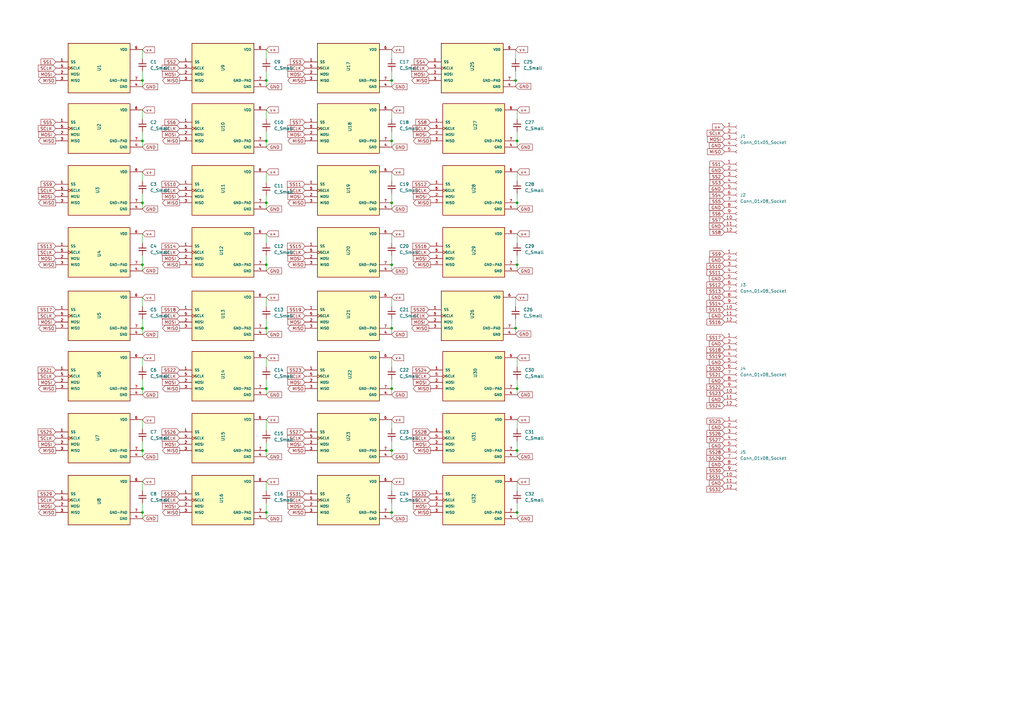
<source format=kicad_sch>
(kicad_sch (version 20230121) (generator eeschema)
  (paper "A3")
  (title_block (title "Magnetometer Array Board"))
  (junction (at 58.42 134.62))
  (junction (at 58.42 108.585))
  (junction (at 212.09 184.785))
  (junction (at 58.42 159.385))
  (junction (at 58.42 57.785))
  (junction (at 109.22 134.62))
  (junction (at 109.22 108.585))
  (junction (at 160.655 159.385))
  (junction (at 160.655 184.785))
  (junction (at 212.09 83.185))
  (junction (at 160.655 210.185))
  (junction (at 109.22 57.785))
  (junction (at 109.22 83.185))
  (junction (at 212.09 108.585))
  (junction (at 58.42 33.02))
  (junction (at 160.655 33.02))
  (junction (at 109.22 159.385))
  (junction (at 160.655 83.185))
  (junction (at 212.09 57.785))
  (junction (at 109.22 33.02))
  (junction (at 160.655 57.785))
  (junction (at 58.42 210.185))
  (junction (at 211.455 134.62))
  (junction (at 109.22 210.185))
  (junction (at 58.42 83.185))
  (junction (at 160.655 108.585))
  (junction (at 211.455 33.02))
  (junction (at 212.09 210.185))
  (junction (at 212.09 159.385))
  (junction (at 109.22 184.785))
  (junction (at 58.42 184.785))
  (junction (at 160.655 134.62))
  (wire (pts (xy 160.655 83.185) (xy 160.655 85.725)))
  (wire (pts (xy 211.455 130.81) (xy 211.455 134.62)))
  (wire (pts (xy 160.655 172.085) (xy 160.655 175.895)))
  (wire (pts (xy 160.655 95.885) (xy 160.655 99.695)))
  (wire (pts (xy 160.655 130.81) (xy 160.655 134.62)))
  (wire (pts (xy 109.22 159.385) (xy 109.22 161.925)))
  (wire (pts (xy 211.455 20.32) (xy 211.455 24.13)))
  (wire (pts (xy 212.09 159.385) (xy 212.09 161.925)))
  (wire (pts (xy 212.09 83.185) (xy 212.09 85.725)))
  (wire (pts (xy 109.22 70.485) (xy 109.22 74.93)))
  (wire (pts (xy 212.09 70.485) (xy 212.09 74.295)))
  (wire (pts (xy 109.22 104.775) (xy 109.22 108.585)))
  (wire (pts (xy 160.655 20.32) (xy 160.655 24.13)))
  (wire (pts (xy 160.655 184.785) (xy 160.655 187.325)))
  (wire (pts (xy 58.42 197.485) (xy 58.42 201.295)))
  (wire (pts (xy 58.42 29.21) (xy 58.42 33.02)))
  (wire (pts (xy 160.655 70.485) (xy 160.655 74.295)))
  (wire (pts (xy 211.455 29.21) (xy 211.455 33.02)))
  (wire (pts (xy 58.42 57.785) (xy 58.42 60.325)))
  (wire (pts (xy 160.655 210.185) (xy 160.655 212.725)))
  (wire (pts (xy 212.09 45.085) (xy 212.09 48.895)))
  (wire (pts (xy 109.22 20.32) (xy 109.22 24.13)))
  (wire (pts (xy 212.09 79.375) (xy 212.09 83.185)))
  (wire (pts (xy 160.655 197.485) (xy 160.655 201.295)))
  (wire (pts (xy 160.655 104.775) (xy 160.655 108.585)))
  (wire (pts (xy 160.655 206.375) (xy 160.655 210.185)))
  (wire (pts (xy 58.42 53.975) (xy 58.42 57.785)))
  (wire (pts (xy 58.42 172.085) (xy 58.42 175.895)))
  (wire (pts (xy 212.09 206.375) (xy 212.09 210.185)))
  (wire (pts (xy 109.22 172.085) (xy 109.22 176.53)))
  (wire (pts (xy 109.22 83.185) (xy 109.22 85.725)))
  (wire (pts (xy 109.22 29.21) (xy 109.22 33.02)))
  (wire (pts (xy 58.42 130.81) (xy 58.42 134.62)))
  (wire (pts (xy 160.655 108.585) (xy 160.655 111.125)))
  (wire (pts (xy 211.455 134.62) (xy 211.455 137.16)))
  (wire (pts (xy 109.22 197.485) (xy 109.22 201.295)))
  (wire (pts (xy 58.42 95.885) (xy 58.42 99.695)))
  (wire (pts (xy 160.655 79.375) (xy 160.655 83.185)))
  (wire (pts (xy 109.22 108.585) (xy 109.22 111.125)))
  (wire (pts (xy 109.22 210.185) (xy 109.22 212.725)))
  (wire (pts (xy 58.42 134.62) (xy 58.42 137.16)))
  (wire (pts (xy 160.655 146.685) (xy 160.655 150.495)))
  (wire (pts (xy 212.09 104.775) (xy 212.09 108.585)))
  (wire (pts (xy 212.09 95.885) (xy 212.09 99.695)))
  (wire (pts (xy 212.09 184.785) (xy 212.09 187.325)))
  (wire (pts (xy 160.655 155.575) (xy 160.655 159.385)))
  (wire (pts (xy 211.455 121.92) (xy 211.455 125.73)))
  (wire (pts (xy 109.22 146.685) (xy 109.22 150.495)))
  (wire (pts (xy 58.42 180.975) (xy 58.42 184.785)))
  (wire (pts (xy 160.655 53.975) (xy 160.655 57.785)))
  (wire (pts (xy 109.22 181.61) (xy 109.22 184.785)))
  (wire (pts (xy 160.655 45.085) (xy 160.655 48.895)))
  (wire (pts (xy 58.42 108.585) (xy 58.42 111.125)))
  (wire (pts (xy 212.09 210.185) (xy 212.09 212.725)))
  (wire (pts (xy 109.22 134.62) (xy 109.22 137.16)))
  (wire (pts (xy 58.42 210.185) (xy 58.42 212.725)))
  (wire (pts (xy 58.42 33.02) (xy 58.42 35.56)))
  (wire (pts (xy 212.09 108.585) (xy 212.09 111.125)))
  (wire (pts (xy 58.42 184.785) (xy 58.42 187.325)))
  (wire (pts (xy 109.22 206.375) (xy 109.22 210.185)))
  (wire (pts (xy 58.42 159.385) (xy 58.42 161.925)))
  (wire (pts (xy 160.655 159.385) (xy 160.655 161.925)))
  (wire (pts (xy 109.22 121.92) (xy 109.22 125.73)))
  (wire (pts (xy 212.09 146.685) (xy 212.09 150.495)))
  (wire (pts (xy 58.42 104.775) (xy 58.42 108.585)))
  (wire (pts (xy 58.42 79.375) (xy 58.42 83.185)))
  (wire (pts (xy 58.42 45.085) (xy 58.42 48.895)))
  (wire (pts (xy 160.655 180.975) (xy 160.655 184.785)))
  (wire (pts (xy 109.22 45.085) (xy 109.22 48.895)))
  (wire (pts (xy 211.455 33.02) (xy 211.455 35.56)))
  (wire (pts (xy 160.655 121.92) (xy 160.655 125.73)))
  (wire (pts (xy 109.22 95.885) (xy 109.22 99.695)))
  (wire (pts (xy 160.655 57.785) (xy 160.655 60.325)))
  (wire (pts (xy 212.09 180.975) (xy 212.09 184.785)))
  (wire (pts (xy 109.22 130.81) (xy 109.22 134.62)))
  (wire (pts (xy 58.42 206.375) (xy 58.42 210.185)))
  (wire (pts (xy 212.09 197.485) (xy 212.09 201.295)))
  (wire (pts (xy 58.42 121.92) (xy 58.42 125.73)))
  (wire (pts (xy 212.09 172.085) (xy 212.09 175.895)))
  (wire (pts (xy 212.09 53.975) (xy 212.09 57.785)))
  (wire (pts (xy 109.22 80.01) (xy 109.22 83.185)))
  (wire (pts (xy 160.655 33.02) (xy 160.655 35.56)))
  (wire (pts (xy 58.42 70.485) (xy 58.42 74.295)))
  (wire (pts (xy 109.22 155.575) (xy 109.22 159.385)))
  (wire (pts (xy 109.22 184.785) (xy 109.22 187.325)))
  (wire (pts (xy 58.42 146.685) (xy 58.42 150.495)))
  (wire (pts (xy 160.655 29.21) (xy 160.655 33.02)))
  (wire (pts (xy 212.09 155.575) (xy 212.09 159.385)))
  (wire (pts (xy 58.42 155.575) (xy 58.42 159.385)))
  (wire (pts (xy 160.655 134.62) (xy 160.655 137.16)))
  (wire (pts (xy 109.22 33.02) (xy 109.22 35.56)))
  (wire (pts (xy 58.42 20.32) (xy 58.42 24.13)))
  (wire (pts (xy 109.22 53.975) (xy 109.22 57.785)))
  (wire (pts (xy 212.09 57.785) (xy 212.09 60.325)))
  (wire (pts (xy 109.22 57.785) (xy 109.22 60.325)))
  (wire (pts (xy 58.42 83.185) (xy 58.42 85.725)))
  (global_label "GND" (shape input) (at 212.09 187.325 0) (property "Intersheetrefs" "${INTERSHEET_REFS}" (effects hide)))
  (global_label "GND" (shape input) (at 58.42 137.16 0) (property "Intersheetrefs" "${INTERSHEET_REFS}" (effects hide)))
  (global_label "v+" (shape input) (at 297.18 52.07 180) (property "Intersheetrefs" "${INTERSHEET_REFS}" (effects hide)))
  (global_label "SS14" (shape input) (at 297.18 124.46 180) (property "Intersheetrefs" "${INTERSHEET_REFS}" (effects hide)))
  (global_label "MOSI" (shape input) (at 125.095 156.845 180) (property "Intersheetrefs" "${INTERSHEET_REFS}" (effects hide)))
  (global_label "SS4" (shape input) (at 175.895 25.4 180) (property "Intersheetrefs" "${INTERSHEET_REFS}" (effects hide)))
  (global_label "GND" (shape input) (at 160.655 161.925 0) (property "Intersheetrefs" "${INTERSHEET_REFS}" (effects hide)))
  (global_label "MOSI" (shape input) (at 176.53 182.245 180) (property "Intersheetrefs" "${INTERSHEET_REFS}" (effects hide)))
  (global_label "GND" (shape input) (at 211.455 35.3911 0) (property "Intersheetrefs" "${INTERSHEET_REFS}" (effects hide)))
  (global_label "v+" (shape input) (at 58.42 197.485 0) (property "Intersheetrefs" "${INTERSHEET_REFS}" (effects hide)))
  (global_label "SCLK" (shape input) (at 22.86 78.105 180) (property "Intersheetrefs" "${INTERSHEET_REFS}" (effects hide)))
  (global_label "SCLK" (shape input) (at 73.66 52.705 180) (property "Intersheetrefs" "${INTERSHEET_REFS}" (effects hide)))
  (global_label "GND" (shape input) (at 109.22 187.325 0) (property "Intersheetrefs" "${INTERSHEET_REFS}" (effects hide)))
  (global_label "MISO" (shape output) (at 125.095 134.62 180) (property "Intersheetrefs" "${INTERSHEET_REFS}" (effects hide)))
  (global_label "SS32" (shape input) (at 297.18 200.66 180) (property "Intersheetrefs" "${INTERSHEET_REFS}" (effects hide)))
  (global_label "SS27" (shape input) (at 125.095 177.165 180) (property "Intersheetrefs" "${INTERSHEET_REFS}" (effects hide)))
  (global_label "SCLK" (shape input) (at 175.895 129.54 180) (property "Intersheetrefs" "${INTERSHEET_REFS}" (effects hide)))
  (global_label "MOSI" (shape input) (at 73.66 106.045 180) (property "Intersheetrefs" "${INTERSHEET_REFS}" (effects hide)))
  (global_label "SS1" (shape input) (at 22.86 25.4 180) (property "Intersheetrefs" "${INTERSHEET_REFS}" (effects hide)))
  (global_label "GND" (shape input) (at 297.18 69.85 180) (property "Intersheetrefs" "${INTERSHEET_REFS}" (effects hide)))
  (global_label "SS11" (shape input) (at 297.18 111.76 180) (property "Intersheetrefs" "${INTERSHEET_REFS}" (effects hide)))
  (global_label "SCLK" (shape input) (at 125.095 27.94 180) (property "Intersheetrefs" "${INTERSHEET_REFS}" (effects hide)))
  (global_label "GND" (shape input) (at 58.42 187.325 0) (property "Intersheetrefs" "${INTERSHEET_REFS}" (effects hide)))
  (global_label "SS23" (shape input) (at 297.18 161.29 180) (property "Intersheetrefs" "${INTERSHEET_REFS}" (effects hide)))
  (global_label "GND" (shape input) (at 58.42 161.925 0) (property "Intersheetrefs" "${INTERSHEET_REFS}" (effects hide)))
  (global_label "SS6" (shape input) (at 297.18 87.63 180) (property "Intersheetrefs" "${INTERSHEET_REFS}" (effects hide)))
  (global_label "SS9" (shape input) (at 297.18 104.14 180) (property "Intersheetrefs" "${INTERSHEET_REFS}" (effects hide)))
  (global_label "GND" (shape input) (at 211.455 136.9911 0) (property "Intersheetrefs" "${INTERSHEET_REFS}" (effects hide)))
  (global_label "SCLK" (shape input) (at 176.53 154.305 180) (property "Intersheetrefs" "${INTERSHEET_REFS}" (effects hide)))
  (global_label "MISO" (shape output) (at 73.66 33.02 180) (property "Intersheetrefs" "${INTERSHEET_REFS}" (effects hide)))
  (global_label "SCLK" (shape input) (at 22.86 205.105 180) (property "Intersheetrefs" "${INTERSHEET_REFS}" (effects hide)))
  (global_label "v+" (shape input) (at 212.09 172.085 0) (property "Intersheetrefs" "${INTERSHEET_REFS}" (effects hide)))
  (global_label "v+" (shape input) (at 212.09 45.085 0) (property "Intersheetrefs" "${INTERSHEET_REFS}" (effects hide)))
  (global_label "SS7" (shape input) (at 125.095 50.165 180) (property "Intersheetrefs" "${INTERSHEET_REFS}" (effects hide)))
  (global_label "v+" (shape input) (at 109.22 70.485 0) (property "Intersheetrefs" "${INTERSHEET_REFS}" (effects hide)))
  (global_label "GND" (shape input) (at 109.22 60.325 0) (property "Intersheetrefs" "${INTERSHEET_REFS}" (effects hide)))
  (global_label "v+" (shape input) (at 109.22 172.085 0) (property "Intersheetrefs" "${INTERSHEET_REFS}" (effects hide)))
  (global_label "SCLK" (shape input) (at 125.095 103.505 180) (property "Intersheetrefs" "${INTERSHEET_REFS}" (effects hide)))
  (global_label "MISO" (shape output) (at 73.66 184.785 180) (property "Intersheetrefs" "${INTERSHEET_REFS}" (effects hide)))
  (global_label "v+" (shape input) (at 211.455 121.92 0) (property "Intersheetrefs" "${INTERSHEET_REFS}" (effects hide)))
  (global_label "MISO" (shape output) (at 22.86 159.385 180) (property "Intersheetrefs" "${INTERSHEET_REFS}" (effects hide)))
  (global_label "MISO" (shape output) (at 73.66 134.62 180) (property "Intersheetrefs" "${INTERSHEET_REFS}" (effects hide)))
  (global_label "SS19" (shape input) (at 125.095 127 180) (property "Intersheetrefs" "${INTERSHEET_REFS}" (effects hide)))
  (global_label "MISO" (shape output) (at 125.095 210.185 180) (property "Intersheetrefs" "${INTERSHEET_REFS}" (effects hide)))
  (global_label "MOSI" (shape input) (at 73.66 207.645 180) (property "Intersheetrefs" "${INTERSHEET_REFS}" (effects hide)))
  (global_label "SCLK" (shape input) (at 22.86 27.94 180) (property "Intersheetrefs" "${INTERSHEET_REFS}" (effects hide)))
  (global_label "MOSI" (shape input) (at 176.53 106.045 180) (property "Intersheetrefs" "${INTERSHEET_REFS}" (effects hide)))
  (global_label "SS25" (shape input) (at 22.86 177.165 180) (property "Intersheetrefs" "${INTERSHEET_REFS}" (effects hide)))
  (global_label "SS15" (shape input) (at 125.095 100.965 180) (property "Intersheetrefs" "${INTERSHEET_REFS}" (effects hide)))
  (global_label "MOSI" (shape input) (at 73.66 132.08 180) (property "Intersheetrefs" "${INTERSHEET_REFS}" (effects hide)))
  (global_label "v+" (shape input) (at 212.09 197.485 0) (property "Intersheetrefs" "${INTERSHEET_REFS}" (effects hide)))
  (global_label "MOSI" (shape input) (at 22.86 55.245 180) (property "Intersheetrefs" "${INTERSHEET_REFS}" (effects hide)))
  (global_label "MISO" (shape output) (at 22.86 83.185 180) (property "Intersheetrefs" "${INTERSHEET_REFS}" (effects hide)))
  (global_label "SS13" (shape input) (at 297.18 119.38 180) (property "Intersheetrefs" "${INTERSHEET_REFS}" (effects hide)))
  (global_label "GND" (shape input) (at 160.655 60.325 0) (property "Intersheetrefs" "${INTERSHEET_REFS}" (effects hide)))
  (global_label "GND" (shape input) (at 109.22 85.725 0) (property "Intersheetrefs" "${INTERSHEET_REFS}" (effects hide)))
  (global_label "MOSI" (shape input) (at 73.66 55.245 180) (property "Intersheetrefs" "${INTERSHEET_REFS}" (effects hide)))
  (global_label "MOSI" (shape input) (at 73.66 156.845 180) (property "Intersheetrefs" "${INTERSHEET_REFS}" (effects hide)))
  (global_label "SS12" (shape input) (at 176.53 75.565 180) (property "Intersheetrefs" "${INTERSHEET_REFS}" (effects hide)))
  (global_label "SS5" (shape input) (at 22.86 50.165 180) (property "Intersheetrefs" "${INTERSHEET_REFS}" (effects hide)))
  (global_label "GND" (shape input) (at 58.42 110.9806 0) (property "Intersheetrefs" "${INTERSHEET_REFS}" (effects hide)))
  (global_label "SS18" (shape input) (at 73.66 127 180) (property "Intersheetrefs" "${INTERSHEET_REFS}" (effects hide)))
  (global_label "v+" (shape input) (at 160.655 197.485 0) (property "Intersheetrefs" "${INTERSHEET_REFS}" (effects hide)))
  (global_label "SS30" (shape input) (at 73.66 202.565 180) (property "Intersheetrefs" "${INTERSHEET_REFS}" (effects hide)))
  (global_label "MOSI" (shape input) (at 125.095 80.645 180) (property "Intersheetrefs" "${INTERSHEET_REFS}" (effects hide)))
  (global_label "SS30" (shape input) (at 297.18 193.04 180) (property "Intersheetrefs" "${INTERSHEET_REFS}" (effects hide)))
  (global_label "MOSI" (shape input) (at 22.86 106.045 180) (property "Intersheetrefs" "${INTERSHEET_REFS}" (effects hide)))
  (global_label "MISO" (shape output) (at 73.66 108.585 180) (property "Intersheetrefs" "${INTERSHEET_REFS}" (effects hide)))
  (global_label "SS3" (shape input) (at 297.18 74.93 180) (property "Intersheetrefs" "${INTERSHEET_REFS}" (effects hide)))
  (global_label "GND" (shape input) (at 58.42 85.725 0) (property "Intersheetrefs" "${INTERSHEET_REFS}" (effects hide)))
  (global_label "GND" (shape input) (at 297.18 85.09 180) (property "Intersheetrefs" "${INTERSHEET_REFS}" (effects hide)))
  (global_label "v+" (shape input) (at 211.455 20.32 0) (property "Intersheetrefs" "${INTERSHEET_REFS}" (effects hide)))
  (global_label "SS29" (shape input) (at 297.18 187.96 180) (property "Intersheetrefs" "${INTERSHEET_REFS}" (effects hide)))
  (global_label "GND" (shape input) (at 297.18 59.69 180) (property "Intersheetrefs" "${INTERSHEET_REFS}" (effects hide)))
  (global_label "SS18" (shape input) (at 297.18 143.51 180) (property "Intersheetrefs" "${INTERSHEET_REFS}" (effects hide)))
  (global_label "MOSI" (shape input) (at 22.86 30.48 180) (property "Intersheetrefs" "${INTERSHEET_REFS}" (effects hide)))
  (global_label "SS19" (shape input) (at 297.18 146.05 180) (property "Intersheetrefs" "${INTERSHEET_REFS}" (effects hide)))
  (global_label "GND" (shape input) (at 212.09 85.725 0) (property "Intersheetrefs" "${INTERSHEET_REFS}" (effects hide)))
  (global_label "v+" (shape input) (at 160.655 20.32 0) (property "Intersheetrefs" "${INTERSHEET_REFS}" (effects hide)))
  (global_label "GND" (shape input) (at 160.655 137.16 0) (property "Intersheetrefs" "${INTERSHEET_REFS}" (effects hide)))
  (global_label "MISO" (shape output) (at 22.86 210.185 180) (property "Intersheetrefs" "${INTERSHEET_REFS}" (effects hide)))
  (global_label "MOSI" (shape input) (at 22.86 132.08 180) (property "Intersheetrefs" "${INTERSHEET_REFS}" (effects hide)))
  (global_label "MISO" (shape output) (at 22.86 184.785 180) (property "Intersheetrefs" "${INTERSHEET_REFS}" (effects hide)))
  (global_label "SS10" (shape input) (at 297.18 109.22 180) (property "Intersheetrefs" "${INTERSHEET_REFS}" (effects hide)))
  (global_label "MOSI" (shape input) (at 297.18 57.15 180) (property "Intersheetrefs" "${INTERSHEET_REFS}" (effects hide)))
  (global_label "MISO" (shape output) (at 125.095 184.785 180) (property "Intersheetrefs" "${INTERSHEET_REFS}" (effects hide)))
  (global_label "MISO" (shape output) (at 73.66 83.185 180) (property "Intersheetrefs" "${INTERSHEET_REFS}" (effects hide)))
  (global_label "SCLK" (shape input) (at 125.095 129.54 180) (property "Intersheetrefs" "${INTERSHEET_REFS}" (effects hide)))
  (global_label "MISO" (shape output) (at 125.095 108.585 180) (property "Intersheetrefs" "${INTERSHEET_REFS}" (effects hide)))
  (global_label "GND" (shape input) (at 297.18 114.3 180) (property "Intersheetrefs" "${INTERSHEET_REFS}" (effects hide)))
  (global_label "GND" (shape input) (at 297.18 182.88 180) (property "Intersheetrefs" "${INTERSHEET_REFS}" (effects hide)))
  (global_label "SS10" (shape input) (at 73.66 75.565 180) (property "Intersheetrefs" "${INTERSHEET_REFS}" (effects hide)))
  (global_label "v+" (shape input) (at 160.655 172.085 0) (property "Intersheetrefs" "${INTERSHEET_REFS}" (effects hide)))
  (global_label "SS16" (shape input) (at 297.18 132.08 180) (property "Intersheetrefs" "${INTERSHEET_REFS}" (effects hide)))
  (global_label "v+" (shape input) (at 160.655 146.685 0) (property "Intersheetrefs" "${INTERSHEET_REFS}" (effects hide)))
  (global_label "MOSI" (shape input) (at 176.53 156.845 180) (property "Intersheetrefs" "${INTERSHEET_REFS}" (effects hide)))
  (global_label "MISO" (shape output) (at 22.86 57.785 180) (property "Intersheetrefs" "${INTERSHEET_REFS}" (effects hide)))
  (global_label "GND" (shape input) (at 109.22 35.56 0) (property "Intersheetrefs" "${INTERSHEET_REFS}" (effects hide)))
  (global_label "SS13" (shape input) (at 22.86 100.965 180) (property "Intersheetrefs" "${INTERSHEET_REFS}" (effects hide)))
  (global_label "SCLK" (shape input) (at 22.86 129.54 180) (property "Intersheetrefs" "${INTERSHEET_REFS}" (effects hide)))
  (global_label "MOSI" (shape input) (at 22.86 182.245 180) (property "Intersheetrefs" "${INTERSHEET_REFS}" (effects hide)))
  (global_label "SCLK" (shape input) (at 176.53 52.705 180) (property "Intersheetrefs" "${INTERSHEET_REFS}" (effects hide)))
  (global_label "MOSI" (shape input) (at 125.095 30.48 180) (property "Intersheetrefs" "${INTERSHEET_REFS}" (effects hide)))
  (global_label "MOSI" (shape input) (at 22.86 156.845 180) (property "Intersheetrefs" "${INTERSHEET_REFS}" (effects hide)))
  (global_label "SS31" (shape input) (at 297.18 195.58 180) (property "Intersheetrefs" "${INTERSHEET_REFS}" (effects hide)))
  (global_label "GND" (shape input) (at 109.22 111.125 0) (property "Intersheetrefs" "${INTERSHEET_REFS}" (effects hide)))
  (global_label "v+" (shape input) (at 160.655 95.885 0) (property "Intersheetrefs" "${INTERSHEET_REFS}" (effects hide)))
  (global_label "SCLK" (shape input) (at 22.86 52.705 180) (property "Intersheetrefs" "${INTERSHEET_REFS}" (effects hide)))
  (global_label "MISO" (shape output) (at 73.66 57.785 180) (property "Intersheetrefs" "${INTERSHEET_REFS}" (effects hide)))
  (global_label "SCLK" (shape input) (at 176.53 78.105 180) (property "Intersheetrefs" "${INTERSHEET_REFS}" (effects hide)))
  (global_label "GND" (shape input) (at 297.18 156.21 180) (property "Intersheetrefs" "${INTERSHEET_REFS}" (effects hide)))
  (global_label "SCLK" (shape input) (at 125.095 78.105 180) (property "Intersheetrefs" "${INTERSHEET_REFS}" (effects hide)))
  (global_label "GND" (shape input) (at 212.09 111.125 0) (property "Intersheetrefs" "${INTERSHEET_REFS}" (effects hide)))
  (global_label "v+" (shape input) (at 160.655 45.085 0) (property "Intersheetrefs" "${INTERSHEET_REFS}" (effects hide)))
  (global_label "MOSI" (shape input) (at 125.095 182.245 180) (property "Intersheetrefs" "${INTERSHEET_REFS}" (effects hide)))
  (global_label "v+" (shape input) (at 212.09 146.685 0) (property "Intersheetrefs" "${INTERSHEET_REFS}" (effects hide)))
  (global_label "MOSI" (shape input) (at 125.095 207.645 180) (property "Intersheetrefs" "${INTERSHEET_REFS}" (effects hide)))
  (global_label "SCLK" (shape input) (at 73.66 129.54 180) (property "Intersheetrefs" "${INTERSHEET_REFS}" (effects hide)))
  (global_label "SS12" (shape input) (at 297.18 116.84 180) (property "Intersheetrefs" "${INTERSHEET_REFS}" (effects hide)))
  (global_label "SS28" (shape input) (at 297.18 185.42 180) (property "Intersheetrefs" "${INTERSHEET_REFS}" (effects hide)))
  (global_label "GND" (shape input) (at 58.42 60.325 0) (property "Intersheetrefs" "${INTERSHEET_REFS}" (effects hide)))
  (global_label "GND" (shape input) (at 297.18 77.47 180) (property "Intersheetrefs" "${INTERSHEET_REFS}" (effects hide)))
  (global_label "MOSI" (shape input) (at 73.66 30.48 180) (property "Intersheetrefs" "${INTERSHEET_REFS}" (effects hide)))
  (global_label "MOSI" (shape input) (at 73.66 182.245 180) (property "Intersheetrefs" "${INTERSHEET_REFS}" (effects hide)))
  (global_label "v+" (shape input) (at 58.42 95.885 0) (property "Intersheetrefs" "${INTERSHEET_REFS}" (effects hide)))
  (global_label "MOSI" (shape input) (at 176.53 207.645 180) (property "Intersheetrefs" "${INTERSHEET_REFS}" (effects hide)))
  (global_label "SS24" (shape input) (at 176.53 151.765 180) (property "Intersheetrefs" "${INTERSHEET_REFS}" (effects hide)))
  (global_label "SS21" (shape input) (at 22.86 151.765 180) (property "Intersheetrefs" "${INTERSHEET_REFS}" (effects hide)))
  (global_label "SS23" (shape input) (at 125.095 151.765 180) (property "Intersheetrefs" "${INTERSHEET_REFS}" (effects hide)))
  (global_label "v+" (shape input) (at 109.22 121.92 0) (property "Intersheetrefs" "${INTERSHEET_REFS}" (effects hide)))
  (global_label "MOSI" (shape input) (at 73.66 80.645 180) (property "Intersheetrefs" "${INTERSHEET_REFS}" (effects hide)))
  (global_label "SCLK" (shape input) (at 297.18 54.61 180) (property "Intersheetrefs" "${INTERSHEET_REFS}" (effects hide)))
  (global_label "SCLK" (shape input) (at 73.66 78.105 180) (property "Intersheetrefs" "${INTERSHEET_REFS}" (effects hide)))
  (global_label "SS8" (shape input) (at 176.53 50.165 180) (property "Intersheetrefs" "${INTERSHEET_REFS}" (effects hide)))
  (global_label "MISO" (shape output) (at 176.53 210.185 180) (property "Intersheetrefs" "${INTERSHEET_REFS}" (effects hide)))
  (global_label "v+" (shape input) (at 58.42 70.6397 0) (property "Intersheetrefs" "${INTERSHEET_REFS}" (effects hide)))
  (global_label "MOSI" (shape input) (at 125.095 55.245 180) (property "Intersheetrefs" "${INTERSHEET_REFS}" (effects hide)))
  (global_label "GND" (shape input) (at 160.655 111.125 0) (property "Intersheetrefs" "${INTERSHEET_REFS}" (effects hide)))
  (global_label "GND" (shape input) (at 297.18 140.97 180) (property "Intersheetrefs" "${INTERSHEET_REFS}" (effects hide)))
  (global_label "MISO" (shape output) (at 22.86 108.585 180) (property "Intersheetrefs" "${INTERSHEET_REFS}" (effects hide)))
  (global_label "GND" (shape input) (at 297.18 190.5 180) (property "Intersheetrefs" "${INTERSHEET_REFS}" (effects hide)))
  (global_label "GND" (shape input) (at 297.18 121.92 180) (property "Intersheetrefs" "${INTERSHEET_REFS}" (effects hide)))
  (global_label "SCLK" (shape input) (at 125.095 179.705 180) (property "Intersheetrefs" "${INTERSHEET_REFS}" (effects hide)))
  (global_label "SS17" (shape input) (at 297.18 138.43 180) (property "Intersheetrefs" "${INTERSHEET_REFS}" (effects hide)))
  (global_label "MOSI" (shape input) (at 175.895 132.08 180) (property "Intersheetrefs" "${INTERSHEET_REFS}" (effects hide)))
  (global_label "SCLK" (shape input) (at 73.66 205.105 180) (property "Intersheetrefs" "${INTERSHEET_REFS}" (effects hide)))
  (global_label "MOSI" (shape input) (at 176.53 80.645 180) (property "Intersheetrefs" "${INTERSHEET_REFS}" (effects hide)))
  (global_label "SCLK" (shape input) (at 125.095 52.705 180) (property "Intersheetrefs" "${INTERSHEET_REFS}" (effects hide)))
  (global_label "MISO" (shape output) (at 175.895 33.02 180) (property "Intersheetrefs" "${INTERSHEET_REFS}" (effects hide)))
  (global_label "SS3" (shape input) (at 125.095 25.4 180) (property "Intersheetrefs" "${INTERSHEET_REFS}" (effects hide)))
  (global_label "MISO" (shape output) (at 176.53 57.785 180) (property "Intersheetrefs" "${INTERSHEET_REFS}" (effects hide)))
  (global_label "GND" (shape input) (at 160.655 187.325 0) (property "Intersheetrefs" "${INTERSHEET_REFS}" (effects hide)))
  (global_label "SS9" (shape input) (at 22.86 75.565 180) (property "Intersheetrefs" "${INTERSHEET_REFS}" (effects hide)))
  (global_label "SS20" (shape input) (at 297.18 151.13 180) (property "Intersheetrefs" "${INTERSHEET_REFS}" (effects hide)))
  (global_label "GND" (shape input) (at 297.18 163.83 180) (property "Intersheetrefs" "${INTERSHEET_REFS}" (effects hide)))
  (global_label "GND" (shape input) (at 212.09 60.325 0) (property "Intersheetrefs" "${INTERSHEET_REFS}" (effects hide)))
  (global_label "GND" (shape input) (at 297.18 92.71 180) (property "Intersheetrefs" "${INTERSHEET_REFS}" (effects hide)))
  (global_label "MOSI" (shape input) (at 125.095 106.045 180) (property "Intersheetrefs" "${INTERSHEET_REFS}" (effects hide)))
  (global_label "GND" (shape input) (at 160.655 35.56 0) (property "Intersheetrefs" "${INTERSHEET_REFS}" (effects hide)))
  (global_label "MISO" (shape output) (at 125.095 83.185 180) (property "Intersheetrefs" "${INTERSHEET_REFS}" (effects hide)))
  (global_label "MISO" (shape output) (at 176.53 83.185 180) (property "Intersheetrefs" "${INTERSHEET_REFS}" (effects hide)))
  (global_label "GND" (shape input) (at 297.18 175.26 180) (property "Intersheetrefs" "${INTERSHEET_REFS}" (effects hide)))
  (global_label "v+" (shape input) (at 212.09 95.885 0) (property "Intersheetrefs" "${INTERSHEET_REFS}" (effects hide)))
  (global_label "SS16" (shape input) (at 176.53 100.965 180) (property "Intersheetrefs" "${INTERSHEET_REFS}" (effects hide)))
  (global_label "MOSI" (shape input) (at 22.86 80.645 180) (property "Intersheetrefs" "${INTERSHEET_REFS}" (effects hide)))
  (global_label "SS17" (shape input) (at 22.86 127 180) (property "Intersheetrefs" "${INTERSHEET_REFS}" (effects hide)))
  (global_label "SS5" (shape input) (at 297.18 82.55 180) (property "Intersheetrefs" "${INTERSHEET_REFS}" (effects hide)))
  (global_label "MISO" (shape output) (at 176.53 108.585 180) (property "Intersheetrefs" "${INTERSHEET_REFS}" (effects hide)))
  (global_label "SS2" (shape input) (at 73.66 25.4 180) (property "Intersheetrefs" "${INTERSHEET_REFS}" (effects hide)))
  (global_label "MOSI" (shape input) (at 175.895 30.48 180) (property "Intersheetrefs" "${INTERSHEET_REFS}" (effects hide)))
  (global_label "GND" (shape input) (at 297.18 129.54 180) (property "Intersheetrefs" "${INTERSHEET_REFS}" (effects hide)))
  (global_label "SS24" (shape input) (at 297.18 166.37 180) (property "Intersheetrefs" "${INTERSHEET_REFS}" (effects hide)))
  (global_label "MOSI" (shape input) (at 22.86 207.645 180) (property "Intersheetrefs" "${INTERSHEET_REFS}" (effects hide)))
  (global_label "SCLK" (shape input) (at 176.53 179.705 180) (property "Intersheetrefs" "${INTERSHEET_REFS}" (effects hide)))
  (global_label "SS21" (shape input) (at 297.18 153.67 180) (property "Intersheetrefs" "${INTERSHEET_REFS}" (effects hide)))
  (global_label "SS2" (shape input) (at 297.18 72.39 180) (property "Intersheetrefs" "${INTERSHEET_REFS}" (effects hide)))
  (global_label "GND" (shape input) (at 212.09 161.925 0) (property "Intersheetrefs" "${INTERSHEET_REFS}" (effects hide)))
  (global_label "GND" (shape input) (at 109.22 212.725 0) (property "Intersheetrefs" "${INTERSHEET_REFS}" (effects hide)))
  (global_label "v+" (shape input) (at 160.655 121.92 0) (property "Intersheetrefs" "${INTERSHEET_REFS}" (effects hide)))
  (global_label "v+" (shape input) (at 109.22 197.485 0) (property "Intersheetrefs" "${INTERSHEET_REFS}" (effects hide)))
  (global_label "SCLK" (shape input) (at 125.095 205.105 180) (property "Intersheetrefs" "${INTERSHEET_REFS}" (effects hide)))
  (global_label "MOSI" (shape input) (at 176.53 55.245 180) (property "Intersheetrefs" "${INTERSHEET_REFS}" (effects hide)))
  (global_label "SS25" (shape input) (at 297.18 172.72 180) (property "Intersheetrefs" "${INTERSHEET_REFS}" (effects hide)))
  (global_label "GND" (shape input) (at 297.18 198.12 180) (property "Intersheetrefs" "${INTERSHEET_REFS}" (effects hide)))
  (global_label "SS8" (shape input) (at 297.18 95.25 180) (property "Intersheetrefs" "${INTERSHEET_REFS}" (effects hide)))
  (global_label "v+" (shape input) (at 212.09 70.485 0) (property "Intersheetrefs" "${INTERSHEET_REFS}" (effects hide)))
  (global_label "SCLK" (shape input) (at 125.095 154.305 180) (property "Intersheetrefs" "${INTERSHEET_REFS}" (effects hide)))
  (global_label "SS29" (shape input) (at 22.86 202.565 180) (property "Intersheetrefs" "${INTERSHEET_REFS}" (effects hide)))
  (global_label "SS28" (shape input) (at 176.53 177.165 180) (property "Intersheetrefs" "${INTERSHEET_REFS}" (effects hide)))
  (global_label "MISO" (shape output) (at 175.895 134.62 180) (property "Intersheetrefs" "${INTERSHEET_REFS}" (effects hide)))
  (global_label "SS7" (shape input) (at 297.18 90.17 180) (property "Intersheetrefs" "${INTERSHEET_REFS}" (effects hide)))
  (global_label "v+" (shape input) (at 58.42 45.085 0) (property "Intersheetrefs" "${INTERSHEET_REFS}" (effects hide)))
  (global_label "MISO" (shape output) (at 73.66 210.185 180) (property "Intersheetrefs" "${INTERSHEET_REFS}" (effects hide)))
  (global_label "v+" (shape input) (at 109.22 20.32 0) (property "Intersheetrefs" "${INTERSHEET_REFS}" (effects hide)))
  (global_label "GND" (shape input) (at 58.42 35.56 0) (property "Intersheetrefs" "${INTERSHEET_REFS}" (effects hide)))
  (global_label "GND" (shape input) (at 109.22 161.925 0) (property "Intersheetrefs" "${INTERSHEET_REFS}" (effects hide)))
  (global_label "SS27" (shape input) (at 297.18 180.34 180) (property "Intersheetrefs" "${INTERSHEET_REFS}" (effects hide)))
  (global_label "SS22" (shape input) (at 297.18 158.75 180) (property "Intersheetrefs" "${INTERSHEET_REFS}" (effects hide)))
  (global_label "MISO" (shape output) (at 125.095 159.385 180) (property "Intersheetrefs" "${INTERSHEET_REFS}" (effects hide)))
  (global_label "SS6" (shape input) (at 73.66 50.165 180) (property "Intersheetrefs" "${INTERSHEET_REFS}" (effects hide)))
  (global_label "SS31" (shape input) (at 125.095 202.565 180) (property "Intersheetrefs" "${INTERSHEET_REFS}" (effects hide)))
  (global_label "SS1" (shape input) (at 297.18 67.31 180) (property "Intersheetrefs" "${INTERSHEET_REFS}" (effects hide)))
  (global_label "SS26" (shape input) (at 73.66 177.165 180) (property "Intersheetrefs" "${INTERSHEET_REFS}" (effects hide)))
  (global_label "SCLK" (shape input) (at 176.53 103.505 180) (property "Intersheetrefs" "${INTERSHEET_REFS}" (effects hide)))
  (global_label "v+" (shape input) (at 58.42 20.4246 0) (property "Intersheetrefs" "${INTERSHEET_REFS}" (effects hide)))
  (global_label "SCLK" (shape input) (at 73.66 179.705 180) (property "Intersheetrefs" "${INTERSHEET_REFS}" (effects hide)))
  (global_label "GND" (shape input) (at 297.18 106.68 180) (property "Intersheetrefs" "${INTERSHEET_REFS}" (effects hide)))
  (global_label "MISO" (shape input) (at 297.18 62.23 180) (property "Intersheetrefs" "${INTERSHEET_REFS}" (effects hide)))
  (global_label "v+" (shape input) (at 109.22 45.085 0) (property "Intersheetrefs" "${INTERSHEET_REFS}" (effects hide)))
  (global_label "MISO" (shape output) (at 176.53 184.785 180) (property "Intersheetrefs" "${INTERSHEET_REFS}" (effects hide)))
  (global_label "GND" (shape input) (at 212.09 212.725 0) (property "Intersheetrefs" "${INTERSHEET_REFS}" (effects hide)))
  (global_label "SS22" (shape input) (at 73.66 151.765 180) (property "Intersheetrefs" "${INTERSHEET_REFS}" (effects hide)))
  (global_label "GND" (shape input) (at 160.655 212.725 0) (property "Intersheetrefs" "${INTERSHEET_REFS}" (effects hide)))
  (global_label "SS20" (shape input) (at 175.895 127 180) (property "Intersheetrefs" "${INTERSHEET_REFS}" (effects hide)))
  (global_label "v+" (shape input) (at 160.655 70.485 0) (property "Intersheetrefs" "${INTERSHEET_REFS}" (effects hide)))
  (global_label "SCLK" (shape input) (at 175.895 27.94 180) (property "Intersheetrefs" "${INTERSHEET_REFS}" (effects hide)))
  (global_label "SCLK" (shape input) (at 22.86 154.305 180) (property "Intersheetrefs" "${INTERSHEET_REFS}" (effects hide)))
  (global_label "SCLK" (shape input) (at 22.86 179.705 180) (property "Intersheetrefs" "${INTERSHEET_REFS}" (effects hide)))
  (global_label "SS11" (shape input) (at 125.095 75.565 180) (property "Intersheetrefs" "${INTERSHEET_REFS}" (effects hide)))
  (global_label "MOSI" (shape input) (at 125.095 132.08 180) (property "Intersheetrefs" "${INTERSHEET_REFS}" (effects hide)))
  (global_label "MISO" (shape output) (at 176.53 159.385 180) (property "Intersheetrefs" "${INTERSHEET_REFS}" (effects hide)))
  (global_label "v+" (shape input) (at 58.42 122.0246 0) (property "Intersheetrefs" "${INTERSHEET_REFS}" (effects hide)))
  (global_label "SS14" (shape input) (at 73.66 100.965 180) (property "Intersheetrefs" "${INTERSHEET_REFS}" (effects hide)))
  (global_label "SCLK" (shape input) (at 73.66 154.305 180) (property "Intersheetrefs" "${INTERSHEET_REFS}" (effects hide)))
  (global_label "GND" (shape input) (at 109.22 137.16 0) (property "Intersheetrefs" "${INTERSHEET_REFS}" (effects hide)))
  (global_label "v+" (shape input) (at 58.42 146.685 0) (property "Intersheetrefs" "${INTERSHEET_REFS}" (effects hide)))
  (global_label "MISO" (shape output) (at 73.66 159.385 180) (property "Intersheetrefs" "${INTERSHEET_REFS}" (effects hide)))
  (global_label "GND" (shape input) (at 160.655 85.725 0) (property "Intersheetrefs" "${INTERSHEET_REFS}" (effects hide)))
  (global_label "SS4" (shape input) (at 297.18 80.01 180) (property "Intersheetrefs" "${INTERSHEET_REFS}" (effects hide)))
  (global_label "SS15" (shape input) (at 297.18 127 180) (property "Intersheetrefs" "${INTERSHEET_REFS}" (effects hide)))
  (global_label "SCLK" (shape input) (at 22.86 103.505 180) (property "Intersheetrefs" "${INTERSHEET_REFS}" (effects hide)))
  (global_label "v+" (shape input) (at 109.22 95.885 0) (property "Intersheetrefs" "${INTERSHEET_REFS}" (effects hide)))
  (global_label "MISO" (shape output) (at 22.86 134.62 180) (property "Intersheetrefs" "${INTERSHEET_REFS}" (effects hide)))
  (global_label "SCLK" (shape input) (at 73.66 103.505 180) (property "Intersheetrefs" "${INTERSHEET_REFS}" (effects hide)))
  (global_label "MISO" (shape output) (at 125.095 57.785 180) (property "Intersheetrefs" "${INTERSHEET_REFS}" (effects hide)))
  (global_label "MISO" (shape output) (at 125.095 33.02 180) (property "Intersheetrefs" "${INTERSHEET_REFS}" (effects hide)))
  (global_label "GND" (shape input) (at 58.42 212.5806 0) (property "Intersheetrefs" "${INTERSHEET_REFS}" (effects hide)))
  (global_label "v+" (shape input) (at 58.42 172.2397 0) (property "Intersheetrefs" "${INTERSHEET_REFS}" (effects hide)))
  (global_label "MISO" (shape output) (at 22.86 33.02 180) (property "Intersheetrefs" "${INTERSHEET_REFS}" (effects hide)))
  (global_label "SS26" (shape input) (at 297.18 177.8 180) (property "Intersheetrefs" "${INTERSHEET_REFS}" (effects hide)))
  (global_label "GND" (shape input) (at 297.18 148.59 180) (property "Intersheetrefs" "${INTERSHEET_REFS}" (effects hide)))
  (global_label "SCLK" (shape input) (at 73.66 27.94 180) (property "Intersheetrefs" "${INTERSHEET_REFS}" (effects hide)))
  (global_label "SCLK" (shape input) (at 176.53 205.105 180) (property "Intersheetrefs" "${INTERSHEET_REFS}" (effects hide)))
  (global_label "SS32" (shape input) (at 176.53 202.565 180) (property "Intersheetrefs" "${INTERSHEET_REFS}" (effects hide)))
  (global_label "v+" (shape input) (at 109.22 146.685 0) (property "Intersheetrefs" "${INTERSHEET_REFS}" (effects hide)))
  (symbol (lib_id "Device:C_Small") (at 160.655 102.235 0) (unit 1)
    (property "Reference" "C20" (at 163.83 100.9713 0) (effects (justify left)))
    (property "Value" "C_Small" (at 163.83 103.5113 0) (effects (justify left)))
    (property "Footprint" "Capacitor_SMD:C_0201_0603Metric" (effects hide))
  )
  (symbol (lib_id "SM225-10E:SM225-10E") (at 91.44 154.305 0) (unit 1)
    (property "Reference" "U14" (at 91.44 155.575 90) (effects (justify left)))
    (property "Value" "SM225-10E" (effects hide))
    (property "Footprint" "NVE:SON65P250X250X80-7N" (effects hide))
    (property "PARTREV" "D" (effects hide))
    (property "STANDARD" "IPC-7351B" (effects hide))
    (property "MAXIMUM_PACKAGE_HEIGHT" "0.8mm" (effects hide))
    (property "MANUFACTURER" "NVE" (effects hide))
  )
  (symbol (lib_id "SM225-10E:SM225-10E") (at 193.675 129.54 0) (unit 1)
    (property "Reference" "U26" (at 193.675 130.81 90) (effects (justify left)))
    (property "Value" "SM225-10E" (effects hide))
    (property "Footprint" "NVE:SON65P250X250X80-7N" (effects hide))
    (property "PARTREV" "D" (effects hide))
    (property "STANDARD" "IPC-7351B" (effects hide))
    (property "MAXIMUM_PACKAGE_HEIGHT" "0.8mm" (effects hide))
    (property "MANUFACTURER" "NVE" (effects hide))
  )
  (symbol (lib_id "SM225-10E:SM225-10E") (at 194.31 103.505 0) (unit 1)
    (property "Reference" "U29" (at 194.31 104.775 90) (effects (justify left)))
    (property "Value" "SM225-10E" (effects hide))
    (property "Footprint" "NVE:SON65P250X250X80-7N" (effects hide))
    (property "PARTREV" "D" (effects hide))
    (property "STANDARD" "IPC-7351B" (effects hide))
    (property "MAXIMUM_PACKAGE_HEIGHT" "0.8mm" (effects hide))
    (property "MANUFACTURER" "NVE" (effects hide))
  )
  (symbol (lib_id "Device:C_Small") (at 58.42 153.035 0) (unit 1)
    (property "Reference" "C6" (at 61.595 151.7713 0) (effects (justify left)))
    (property "Value" "C_Small" (at 61.595 154.3113 0) (effects (justify left)))
    (property "Footprint" "Capacitor_SMD:C_0201_0603Metric" (effects hide))
  )
  (symbol (lib_id "SM225-10E:SM225-10E") (at 142.875 103.505 0) (unit 1)
    (property "Reference" "U20" (at 142.875 104.775 90) (effects (justify left)))
    (property "Value" "SM225-10E" (effects hide))
    (property "Footprint" "NVE:SON65P250X250X80-7N" (effects hide))
    (property "PARTREV" "D" (effects hide))
    (property "STANDARD" "IPC-7351B" (effects hide))
    (property "MAXIMUM_PACKAGE_HEIGHT" "0.8mm" (effects hide))
    (property "MANUFACTURER" "NVE" (effects hide))
  )
  (symbol (lib_id "Device:C_Small") (at 212.09 76.835 0) (unit 1)
    (property "Reference" "C28" (at 215.265 75.5713 0) (effects (justify left)))
    (property "Value" "C_Small" (at 215.265 78.1113 0) (effects (justify left)))
    (property "Footprint" "Capacitor_SMD:C_0201_0603Metric" (effects hide))
  )
  (symbol (lib_id "SM225-10E:SM225-10E") (at 40.64 129.54 0) (unit 1)
    (property "Reference" "U5" (at 40.64 130.81 90) (effects (justify left)))
    (property "Value" "SM225-10E" (effects hide))
    (property "Footprint" "NVE:SON65P250X250X80-7N" (effects hide))
    (property "PARTREV" "D" (effects hide))
    (property "STANDARD" "IPC-7351B" (effects hide))
    (property "MAXIMUM_PACKAGE_HEIGHT" "0.8mm" (effects hide))
    (property "MANUFACTURER" "NVE" (effects hide))
  )
  (symbol (lib_id "Device:C_Small") (at 212.09 153.035 0) (unit 1)
    (property "Reference" "C30" (at 215.265 151.7713 0) (effects (justify left)))
    (property "Value" "C_Small" (at 215.265 154.3113 0) (effects (justify left)))
    (property "Footprint" "Capacitor_SMD:C_0201_0603Metric" (effects hide))
  )
  (symbol (lib_id "Device:C_Small") (at 109.22 203.835 0) (unit 1)
    (property "Reference" "C16" (at 112.395 202.5713 0) (effects (justify left)))
    (property "Value" "C_Small" (at 112.395 205.1113 0) (effects (justify left)))
    (property "Footprint" "Capacitor_SMD:C_0201_0603Metric" (effects hide))
  )
  (symbol (lib_id "Connector:Conn_01x12_Socket") (at 302.26 80.01 0) (unit 1)
    (property "Reference" "J2" (at 303.53 80.01 0) (effects (justify left)))
    (property "Value" "Conn_01x08_Socket" (at 303.53 82.55 0) (effects (justify left)))
    (property "Footprint" "Connector_PinSocket_2.54mm:PinSocket_1x08_P2.54mm_Horizontal" (effects hide))
  )
  (symbol (lib_id "SM225-10E:SM225-10E") (at 40.64 78.105 0) (unit 1)
    (property "Reference" "U3" (at 40.005 79.375 90) (effects (justify left)))
    (property "Value" "SM225-10E" (effects hide))
    (property "Footprint" "NVE:SON65P250X250X80-7N" (effects hide))
    (property "PARTREV" "D" (effects hide))
    (property "STANDARD" "IPC-7351B" (effects hide))
    (property "MAXIMUM_PACKAGE_HEIGHT" "0.8mm" (effects hide))
    (property "MANUFACTURER" "NVE" (effects hide))
  )
  (symbol (lib_id "Device:C_Small") (at 58.42 102.235 0) (unit 1)
    (property "Reference" "C4" (at 61.595 100.9713 0) (effects (justify left)))
    (property "Value" "C_Small" (at 61.595 103.5113 0) (effects (justify left)))
    (property "Footprint" "Capacitor_SMD:C_0201_0603Metric" (effects hide))
  )
  (symbol (lib_id "SM225-10E:SM225-10E") (at 142.875 154.305 0) (unit 1)
    (property "Reference" "U22" (at 143.51 155.575 90) (effects (justify left)))
    (property "Value" "SM225-10E" (effects hide))
    (property "Footprint" "NVE:SON65P250X250X80-7N" (effects hide))
    (property "PARTREV" "D" (effects hide))
    (property "STANDARD" "IPC-7351B" (effects hide))
    (property "MAXIMUM_PACKAGE_HEIGHT" "0.8mm" (effects hide))
    (property "MANUFACTURER" "NVE" (effects hide))
  )
  (symbol (lib_id "SM225-10E:SM225-10E") (at 194.31 78.105 0) (unit 1)
    (property "Reference" "U28" (at 194.31 79.375 90) (effects (justify left)))
    (property "Value" "SM225-10E" (effects hide))
    (property "Footprint" "NVE:SON65P250X250X80-7N" (effects hide))
    (property "PARTREV" "D" (effects hide))
    (property "STANDARD" "IPC-7351B" (effects hide))
    (property "MAXIMUM_PACKAGE_HEIGHT" "0.8mm" (effects hide))
    (property "MANUFACTURER" "NVE" (effects hide))
  )
  (symbol (lib_id "Device:C_Small") (at 58.42 203.835 0) (unit 1)
    (property "Reference" "C8" (at 61.595 202.5713 0) (effects (justify left)))
    (property "Value" "C_Small" (at 61.595 205.1113 0) (effects (justify left)))
    (property "Footprint" "Capacitor_SMD:C_0201_0603Metric" (effects hide))
  )
  (symbol (lib_id "Device:C_Small") (at 109.22 77.47 0) (unit 1)
    (property "Reference" "C11" (at 112.395 76.2063 0) (effects (justify left)))
    (property "Value" "C_Small" (at 112.395 78.7463 0) (effects (justify left)))
    (property "Footprint" "Capacitor_SMD:C_0201_0603Metric" (effects hide))
  )
  (symbol (lib_id "SM225-10E:SM225-10E") (at 142.875 27.94 0) (unit 1)
    (property "Reference" "U17" (at 142.875 29.21 90) (effects (justify left)))
    (property "Value" "SM225-10E" (effects hide))
    (property "Footprint" "NVE:SON65P250X250X80-7N" (effects hide))
    (property "PARTREV" "D" (effects hide))
    (property "STANDARD" "IPC-7351B" (effects hide))
    (property "MAXIMUM_PACKAGE_HEIGHT" "0.8mm" (effects hide))
    (property "MANUFACTURER" "NVE" (effects hide))
  )
  (symbol (lib_id "Device:C_Small") (at 58.42 178.435 0) (unit 1)
    (property "Reference" "C7" (at 61.595 177.1713 0) (effects (justify left)))
    (property "Value" "C_Small" (at 61.595 179.7113 0) (effects (justify left)))
    (property "Footprint" "Capacitor_SMD:C_0201_0603Metric" (effects hide))
  )
  (symbol (lib_id "SM225-10E:SM225-10E") (at 142.875 129.54 0) (unit 1)
    (property "Reference" "U21" (at 142.875 130.81 90) (effects (justify left)))
    (property "Value" "SM225-10E" (effects hide))
    (property "Footprint" "NVE:SON65P250X250X80-7N" (effects hide))
    (property "PARTREV" "D" (effects hide))
    (property "STANDARD" "IPC-7351B" (effects hide))
    (property "MAXIMUM_PACKAGE_HEIGHT" "0.8mm" (effects hide))
    (property "MANUFACTURER" "NVE" (effects hide))
  )
  (symbol (lib_id "SM225-10E:SM225-10E") (at 40.64 179.705 0) (unit 1)
    (property "Reference" "U7" (at 40.005 180.975 90) (effects (justify left)))
    (property "Value" "SM225-10E" (effects hide))
    (property "Footprint" "NVE:SON65P250X250X80-7N" (effects hide))
    (property "PARTREV" "D" (effects hide))
    (property "STANDARD" "IPC-7351B" (effects hide))
    (property "MAXIMUM_PACKAGE_HEIGHT" "0.8mm" (effects hide))
    (property "MANUFACTURER" "NVE" (effects hide))
  )
  (symbol (lib_id "Device:C_Small") (at 212.09 51.435 0) (unit 1)
    (property "Reference" "C27" (at 215.265 50.1713 0) (effects (justify left)))
    (property "Value" "C_Small" (at 215.265 52.7113 0) (effects (justify left)))
    (property "Footprint" "Capacitor_SMD:C_0201_0603Metric" (effects hide))
  )
  (symbol (lib_id "Device:C_Small") (at 212.09 203.835 0) (unit 1)
    (property "Reference" "C32" (at 215.265 202.5713 0) (effects (justify left)))
    (property "Value" "C_Small" (at 215.265 205.1113 0) (effects (justify left)))
    (property "Footprint" "Capacitor_SMD:C_0201_0603Metric" (effects hide))
  )
  (symbol (lib_id "Device:C_Small") (at 109.22 153.035 0) (unit 1)
    (property "Reference" "C14" (at 112.395 151.7713 0) (effects (justify left)))
    (property "Value" "C_Small" (at 112.395 154.3113 0) (effects (justify left)))
    (property "Footprint" "Capacitor_SMD:C_0201_0603Metric" (effects hide))
  )
  (symbol (lib_id "SM225-10E:SM225-10E") (at 40.64 154.305 0) (unit 1)
    (property "Reference" "U6" (at 40.64 154.94 90) (effects (justify left)))
    (property "Value" "SM225-10E" (effects hide))
    (property "Footprint" "NVE:SON65P250X250X80-7N" (effects hide))
    (property "PARTREV" "D" (effects hide))
    (property "STANDARD" "IPC-7351B" (effects hide))
    (property "MAXIMUM_PACKAGE_HEIGHT" "0.8mm" (effects hide))
    (property "MANUFACTURER" "NVE" (effects hide))
  )
  (symbol (lib_id "SM225-10E:SM225-10E") (at 142.875 205.105 0) (unit 1)
    (property "Reference" "U24" (at 142.875 206.375 90) (effects (justify left)))
    (property "Value" "SM225-10E" (effects hide))
    (property "Footprint" "NVE:SON65P250X250X80-7N" (effects hide))
    (property "PARTREV" "D" (effects hide))
    (property "STANDARD" "IPC-7351B" (effects hide))
    (property "MAXIMUM_PACKAGE_HEIGHT" "0.8mm" (effects hide))
    (property "MANUFACTURER" "NVE" (effects hide))
  )
  (symbol (lib_id "SM225-10E:SM225-10E") (at 40.64 103.505 0) (unit 1)
    (property "Reference" "U4" (at 40.64 105.41 90) (effects (justify left)))
    (property "Value" "SM225-10E" (effects hide))
    (property "Footprint" "NVE:SON65P250X250X80-7N" (effects hide))
    (property "PARTREV" "D" (effects hide))
    (property "STANDARD" "IPC-7351B" (effects hide))
    (property "MAXIMUM_PACKAGE_HEIGHT" "0.8mm" (effects hide))
    (property "MANUFACTURER" "NVE" (effects hide))
  )
  (symbol (lib_id "Device:C_Small") (at 212.09 102.235 0) (unit 1)
    (property "Reference" "C29" (at 215.265 100.9713 0) (effects (justify left)))
    (property "Value" "C_Small" (at 215.265 103.5113 0) (effects (justify left)))
    (property "Footprint" "Capacitor_SMD:C_0201_0603Metric" (effects hide))
  )
  (symbol (lib_id "SM225-10E:SM225-10E") (at 40.64 52.705 0) (unit 1)
    (property "Reference" "U2" (at 40.64 53.34 90) (effects (justify left)))
    (property "Value" "SM225-10E" (effects hide))
    (property "Footprint" "NVE:SON65P250X250X80-7N" (effects hide))
    (property "PARTREV" "D" (effects hide))
    (property "STANDARD" "IPC-7351B" (effects hide))
    (property "MAXIMUM_PACKAGE_HEIGHT" "0.8mm" (effects hide))
    (property "MANUFACTURER" "NVE" (effects hide))
  )
  (symbol (lib_id "Connector:Conn_01x12_Socket") (at 302.26 151.13 0) (unit 1)
    (property "Reference" "J4" (at 303.53 151.13 0) (effects (justify left)))
    (property "Value" "Conn_01x08_Socket" (at 303.53 153.67 0) (effects (justify left)))
    (property "Footprint" "Connector_PinSocket_2.54mm:PinSocket_1x08_P2.54mm_Horizontal" (effects hide))
  )
  (symbol (lib_id "SM225-10E:SM225-10E") (at 91.44 179.705 0) (unit 1)
    (property "Reference" "U15" (at 91.44 180.975 90) (effects (justify left)))
    (property "Value" "SM225-10E" (effects hide))
    (property "Footprint" "NVE:SON65P250X250X80-7N" (effects hide))
    (property "PARTREV" "D" (effects hide))
    (property "STANDARD" "IPC-7351B" (effects hide))
    (property "MAXIMUM_PACKAGE_HEIGHT" "0.8mm" (effects hide))
    (property "MANUFACTURER" "NVE" (effects hide))
  )
  (symbol (lib_id "Device:C_Small") (at 160.655 26.67 0) (unit 1)
    (property "Reference" "C17" (at 163.83 25.4063 0) (effects (justify left)))
    (property "Value" "C_Small" (at 163.83 27.9463 0) (effects (justify left)))
    (property "Footprint" "Capacitor_SMD:C_0201_0603Metric" (effects hide))
  )
  (symbol (lib_id "Device:C_Small") (at 160.655 128.27 0) (unit 1)
    (property "Reference" "C21" (at 163.83 127.0063 0) (effects (justify left)))
    (property "Value" "C_Small" (at 163.83 129.5463 0) (effects (justify left)))
    (property "Footprint" "Capacitor_SMD:C_0201_0603Metric" (effects hide))
  )
  (symbol (lib_id "SM225-10E:SM225-10E") (at 91.44 27.94 0) (unit 1)
    (property "Reference" "U9" (at 91.44 29.21 90) (effects (justify left)))
    (property "Value" "SM225-10E" (effects hide))
    (property "Footprint" "NVE:SON65P250X250X80-7N" (effects hide))
    (property "PARTREV" "D" (effects hide))
    (property "STANDARD" "IPC-7351B" (effects hide))
    (property "MAXIMUM_PACKAGE_HEIGHT" "0.8mm" (effects hide))
    (property "MANUFACTURER" "NVE" (effects hide))
  )
  (symbol (lib_id "Connector:Conn_01x12_Socket") (at 302.26 116.84 0) (unit 1)
    (property "Reference" "J3" (at 303.53 116.84 0) (effects (justify left)))
    (property "Value" "Conn_01x08_Socket" (at 303.53 119.38 0) (effects (justify left)))
    (property "Footprint" "Connector_PinSocket_2.54mm:PinSocket_1x08_P2.54mm_Horizontal" (effects hide))
  )
  (symbol (lib_id "SM225-10E:SM225-10E") (at 40.64 27.94 0) (unit 1)
    (property "Reference" "U1" (at 40.64 29.21 90) (effects (justify left)))
    (property "Value" "SM225-10E" (effects hide))
    (property "Footprint" "NVE:SON65P250X250X80-7N" (effects hide))
    (property "PARTREV" "D" (effects hide))
    (property "STANDARD" "IPC-7351B" (effects hide))
    (property "MAXIMUM_PACKAGE_HEIGHT" "0.8mm" (effects hide))
    (property "MANUFACTURER" "NVE" (effects hide))
  )
  (symbol (lib_id "Device:C_Small") (at 212.09 178.435 0) (unit 1)
    (property "Reference" "C31" (at 215.265 177.1713 0) (effects (justify left)))
    (property "Value" "C_Small" (at 215.265 179.7113 0) (effects (justify left)))
    (property "Footprint" "Capacitor_SMD:C_0201_0603Metric" (effects hide))
  )
  (symbol (lib_id "Device:C_Small") (at 58.42 76.835 0) (unit 1)
    (property "Reference" "C3" (at 61.595 75.5713 0) (effects (justify left)))
    (property "Value" "C_Small" (at 61.595 78.1113 0) (effects (justify left)))
    (property "Footprint" "Capacitor_SMD:C_0201_0603Metric" (effects hide))
  )
  (symbol (lib_id "Device:C_Small") (at 211.455 128.27 0) (unit 1)
    (property "Reference" "C26" (at 214.63 127.0063 0) (effects (justify left)))
    (property "Value" "C_Small" (at 214.63 129.5463 0) (effects (justify left)))
    (property "Footprint" "Capacitor_SMD:C_0201_0603Metric" (effects hide))
  )
  (symbol (lib_id "Device:C_Small") (at 160.655 153.035 0) (unit 1)
    (property "Reference" "C22" (at 163.83 151.7713 0) (effects (justify left)))
    (property "Value" "C_Small" (at 163.83 154.3113 0) (effects (justify left)))
    (property "Footprint" "Capacitor_SMD:C_0201_0603Metric" (effects hide))
  )
  (symbol (lib_id "Device:C_Small") (at 160.655 203.835 0) (unit 1)
    (property "Reference" "C24" (at 163.83 202.5713 0) (effects (justify left)))
    (property "Value" "C_Small" (at 163.83 205.1113 0) (effects (justify left)))
    (property "Footprint" "Capacitor_SMD:C_0201_0603Metric" (effects hide))
  )
  (symbol (lib_id "SM225-10E:SM225-10E") (at 91.44 52.705 0) (unit 1)
    (property "Reference" "U10" (at 91.44 53.975 90) (effects (justify left)))
    (property "Value" "SM225-10E" (effects hide))
    (property "Footprint" "NVE:SON65P250X250X80-7N" (effects hide))
    (property "PARTREV" "D" (effects hide))
    (property "STANDARD" "IPC-7351B" (effects hide))
    (property "MAXIMUM_PACKAGE_HEIGHT" "0.8mm" (effects hide))
    (property "MANUFACTURER" "NVE" (effects hide))
  )
  (symbol (lib_id "SM225-10E:SM225-10E") (at 142.875 179.705 0) (unit 1)
    (property "Reference" "U23" (at 142.875 180.975 90) (effects (justify left)))
    (property "Value" "SM225-10E" (effects hide))
    (property "Footprint" "NVE:SON65P250X250X80-7N" (effects hide))
    (property "PARTREV" "D" (effects hide))
    (property "STANDARD" "IPC-7351B" (effects hide))
    (property "MAXIMUM_PACKAGE_HEIGHT" "0.8mm" (effects hide))
    (property "MANUFACTURER" "NVE" (effects hide))
  )
  (symbol (lib_id "SM225-10E:SM225-10E") (at 194.31 52.705 0) (unit 1)
    (property "Reference" "U27" (at 194.945 53.34 90) (effects (justify left)))
    (property "Value" "SM225-10E" (effects hide))
    (property "Footprint" "NVE:SON65P250X250X80-7N" (effects hide))
    (property "PARTREV" "D" (effects hide))
    (property "STANDARD" "IPC-7351B" (effects hide))
    (property "MAXIMUM_PACKAGE_HEIGHT" "0.8mm" (effects hide))
    (property "MANUFACTURER" "NVE" (effects hide))
  )
  (symbol (lib_id "Connector:Conn_01x12_Socket") (at 302.26 185.42 0) (unit 1)
    (property "Reference" "J5" (at 303.53 185.42 0) (effects (justify left)))
    (property "Value" "Conn_01x08_Socket" (at 303.53 187.96 0) (effects (justify left)))
    (property "Footprint" "Connector_PinSocket_2.54mm:PinSocket_1x08_P2.54mm_Horizontal" (effects hide))
  )
  (symbol (lib_id "Device:C_Small") (at 109.22 51.435 0) (unit 1)
    (property "Reference" "C10" (at 112.395 50.1713 0) (effects (justify left)))
    (property "Value" "C_Small" (at 112.395 52.7113 0) (effects (justify left)))
    (property "Footprint" "Capacitor_SMD:C_0201_0603Metric" (effects hide))
  )
  (symbol (lib_id "Device:C_Small") (at 160.655 178.435 0) (unit 1)
    (property "Reference" "C23" (at 163.83 177.1713 0) (effects (justify left)))
    (property "Value" "C_Small" (at 163.83 179.7113 0) (effects (justify left)))
    (property "Footprint" "Capacitor_SMD:C_0201_0603Metric" (effects hide))
  )
  (symbol (lib_id "Device:C_Small") (at 109.22 26.67 0) (unit 1)
    (property "Reference" "C9" (at 112.395 25.4063 0) (effects (justify left)))
    (property "Value" "C_Small" (at 112.395 27.9463 0) (effects (justify left)))
    (property "Footprint" "Capacitor_SMD:C_0201_0603Metric" (effects hide))
  )
  (symbol (lib_id "SM225-10E:SM225-10E") (at 91.44 78.105 0) (unit 1)
    (property "Reference" "U11" (at 91.44 79.375 90) (effects (justify left)))
    (property "Value" "SM225-10E" (effects hide))
    (property "Footprint" "NVE:SON65P250X250X80-7N" (effects hide))
    (property "PARTREV" "D" (effects hide))
    (property "STANDARD" "IPC-7351B" (effects hide))
    (property "MAXIMUM_PACKAGE_HEIGHT" "0.8mm" (effects hide))
    (property "MANUFACTURER" "NVE" (effects hide))
  )
  (symbol (lib_id "Device:C_Small") (at 160.655 76.835 0) (unit 1)
    (property "Reference" "C19" (at 163.83 75.5713 0) (effects (justify left)))
    (property "Value" "C_Small" (at 163.83 78.1113 0) (effects (justify left)))
    (property "Footprint" "Capacitor_SMD:C_0201_0603Metric" (effects hide))
  )
  (symbol (lib_id "SM225-10E:SM225-10E") (at 91.44 129.54 0) (unit 1)
    (property "Reference" "U13" (at 91.44 130.81 90) (effects (justify left)))
    (property "Value" "SM225-10E" (effects hide))
    (property "Footprint" "NVE:SON65P250X250X80-7N" (effects hide))
    (property "PARTREV" "D" (effects hide))
    (property "STANDARD" "IPC-7351B" (effects hide))
    (property "MAXIMUM_PACKAGE_HEIGHT" "0.8mm" (effects hide))
    (property "MANUFACTURER" "NVE" (effects hide))
  )
  (symbol (lib_id "SM225-10E:SM225-10E") (at 193.675 27.94 0) (unit 1)
    (property "Reference" "U25" (at 193.675 29.21 90) (effects (justify left)))
    (property "Value" "SM225-10E" (effects hide))
    (property "Footprint" "NVE:SON65P250X250X80-7N" (effects hide))
    (property "PARTREV" "D" (effects hide))
    (property "STANDARD" "IPC-7351B" (effects hide))
    (property "MAXIMUM_PACKAGE_HEIGHT" "0.8mm" (effects hide))
    (property "MANUFACTURER" "NVE" (effects hide))
  )
  (symbol (lib_id "Device:C_Small") (at 58.42 128.27 0) (unit 1)
    (property "Reference" "C5" (at 61.595 127.0063 0) (effects (justify left)))
    (property "Value" "C_Small" (at 61.595 129.5463 0) (effects (justify left)))
    (property "Footprint" "Capacitor_SMD:C_0201_0603Metric" (effects hide))
  )
  (symbol (lib_id "Device:C_Small") (at 109.22 128.27 0) (unit 1)
    (property "Reference" "C13" (at 112.395 127.0063 0) (effects (justify left)))
    (property "Value" "C_Small" (at 112.395 129.5463 0) (effects (justify left)))
    (property "Footprint" "Capacitor_SMD:C_0201_0603Metric" (effects hide))
  )
  (symbol (lib_id "SM225-10E:SM225-10E") (at 40.64 205.105 0) (unit 1)
    (property "Reference" "U8" (at 40.64 207.01 90) (effects (justify left)))
    (property "Value" "SM225-10E" (effects hide))
    (property "Footprint" "NVE:SON65P250X250X80-7N" (effects hide))
    (property "PARTREV" "D" (effects hide))
    (property "STANDARD" "IPC-7351B" (effects hide))
    (property "MAXIMUM_PACKAGE_HEIGHT" "0.8mm" (effects hide))
    (property "MANUFACTURER" "NVE" (effects hide))
  )
  (symbol (lib_id "SM225-10E:SM225-10E") (at 194.31 154.305 0) (unit 1)
    (property "Reference" "U30" (at 194.945 154.94 90) (effects (justify left)))
    (property "Value" "SM225-10E" (effects hide))
    (property "Footprint" "NVE:SON65P250X250X80-7N" (effects hide))
    (property "PARTREV" "D" (effects hide))
    (property "STANDARD" "IPC-7351B" (effects hide))
    (property "MAXIMUM_PACKAGE_HEIGHT" "0.8mm" (effects hide))
    (property "MANUFACTURER" "NVE" (effects hide))
  )
  (symbol (lib_id "Connector:Conn_01x05_Socket") (at 302.26 57.15 0) (unit 1)
    (property "Reference" "J1" (at 303.53 55.88 0) (effects (justify left)))
    (property "Value" "Conn_01x05_Socket" (at 303.53 58.42 0) (effects (justify left)))
    (property "Footprint" "Connector_PinSocket_2.54mm:PinSocket_1x05_P2.54mm_Horizontal" (effects hide))
  )
  (symbol (lib_id "SM225-10E:SM225-10E") (at 142.875 52.705 0) (unit 1)
    (property "Reference" "U18" (at 143.51 53.975 90) (effects (justify left)))
    (property "Value" "SM225-10E" (effects hide))
    (property "Footprint" "NVE:SON65P250X250X80-7N" (effects hide))
    (property "PARTREV" "D" (effects hide))
    (property "STANDARD" "IPC-7351B" (effects hide))
    (property "MAXIMUM_PACKAGE_HEIGHT" "0.8mm" (effects hide))
    (property "MANUFACTURER" "NVE" (effects hide))
  )
  (symbol (lib_id "Device:C_Small") (at 58.42 51.435 0) (unit 1)
    (property "Reference" "C2" (at 61.595 50.1713 0) (effects (justify left)))
    (property "Value" "C_Small" (at 61.595 52.7113 0) (effects (justify left)))
    (property "Footprint" "Capacitor_SMD:C_0201_0603Metric" (effects hide))
  )
  (symbol (lib_id "Device:C_Small") (at 58.42 26.67 0) (unit 1)
    (property "Reference" "C1" (at 61.595 25.4063 0) (effects (justify left)))
    (property "Value" "C_Small" (at 61.595 27.9463 0) (effects (justify left)))
    (property "Footprint" "Capacitor_SMD:C_0201_0603Metric" (effects hide))
  )
  (symbol (lib_id "Device:C_Small") (at 109.22 102.235 0) (unit 1)
    (property "Reference" "C12" (at 112.395 100.9713 0) (effects (justify left)))
    (property "Value" "C_Small" (at 112.395 103.5113 0) (effects (justify left)))
    (property "Footprint" "Capacitor_SMD:C_0201_0603Metric" (effects hide))
  )
  (symbol (lib_id "Device:C_Small") (at 160.655 51.435 0) (unit 1)
    (property "Reference" "C18" (at 163.83 50.1713 0) (effects (justify left)))
    (property "Value" "C_Small" (at 163.83 52.7113 0) (effects (justify left)))
    (property "Footprint" "Capacitor_SMD:C_0201_0603Metric" (effects hide))
  )
  (symbol (lib_id "SM225-10E:SM225-10E") (at 91.44 205.105 0) (unit 1)
    (property "Reference" "U16" (at 90.805 206.375 90) (effects (justify left)))
    (property "Value" "SM225-10E" (effects hide))
    (property "Footprint" "NVE:SON65P250X250X80-7N" (effects hide))
    (property "PARTREV" "D" (effects hide))
    (property "STANDARD" "IPC-7351B" (effects hide))
    (property "MAXIMUM_PACKAGE_HEIGHT" "0.8mm" (effects hide))
    (property "MANUFACTURER" "NVE" (effects hide))
  )
  (symbol (lib_id "SM225-10E:SM225-10E") (at 91.44 103.505 0) (unit 1)
    (property "Reference" "U12" (at 90.805 104.775 90) (effects (justify left)))
    (property "Value" "SM225-10E" (effects hide))
    (property "Footprint" "NVE:SON65P250X250X80-7N" (effects hide))
    (property "PARTREV" "D" (effects hide))
    (property "STANDARD" "IPC-7351B" (effects hide))
    (property "MAXIMUM_PACKAGE_HEIGHT" "0.8mm" (effects hide))
    (property "MANUFACTURER" "NVE" (effects hide))
  )
  (symbol (lib_id "Device:C_Small") (at 211.455 26.67 0) (unit 1)
    (property "Reference" "C25" (at 214.63 25.4063 0) (effects (justify left)))
    (property "Value" "C_Small" (at 214.63 27.9463 0) (effects (justify left)))
    (property "Footprint" "Capacitor_SMD:C_0201_0603Metric" (effects hide))
  )
  (symbol (lib_id "Device:C_Small") (at 109.22 179.07 0) (unit 1)
    (property "Reference" "C15" (at 112.395 177.8063 0) (effects (justify left)))
    (property "Value" "C_Small" (at 112.395 180.3463 0) (effects (justify left)))
    (property "Footprint" "Capacitor_SMD:C_0201_0603Metric" (effects hide))
  )
  (symbol (lib_id "SM225-10E:SM225-10E") (at 194.31 205.105 0) (unit 1)
    (property "Reference" "U32" (at 194.31 206.375 90) (effects (justify left)))
    (property "Value" "SM225-10E" (effects hide))
    (property "Footprint" "NVE:SON65P250X250X80-7N" (effects hide))
    (property "PARTREV" "D" (effects hide))
    (property "STANDARD" "IPC-7351B" (effects hide))
    (property "MAXIMUM_PACKAGE_HEIGHT" "0.8mm" (effects hide))
    (property "MANUFACTURER" "NVE" (effects hide))
  )
  (symbol (lib_id "SM225-10E:SM225-10E") (at 194.31 179.705 0) (unit 1)
    (property "Reference" "U31" (at 194.31 180.975 90) (effects (justify left)))
    (property "Value" "SM225-10E" (effects hide))
    (property "Footprint" "NVE:SON65P250X250X80-7N" (effects hide))
    (property "PARTREV" "D" (effects hide))
    (property "STANDARD" "IPC-7351B" (effects hide))
    (property "MAXIMUM_PACKAGE_HEIGHT" "0.8mm" (effects hide))
    (property "MANUFACTURER" "NVE" (effects hide))
  )
  (symbol (lib_id "SM225-10E:SM225-10E") (at 142.875 78.105 0) (unit 1)
    (property "Reference" "U19" (at 142.875 79.375 90) (effects (justify left)))
    (property "Value" "SM225-10E" (effects hide))
    (property "Footprint" "NVE:SON65P250X250X80-7N" (effects hide))
    (property "PARTREV" "D" (effects hide))
    (property "STANDARD" "IPC-7351B" (effects hide))
    (property "MAXIMUM_PACKAGE_HEIGHT" "0.8mm" (effects hide))
    (property "MANUFACTURER" "NVE" (effects hide))
  )
)
</source>
